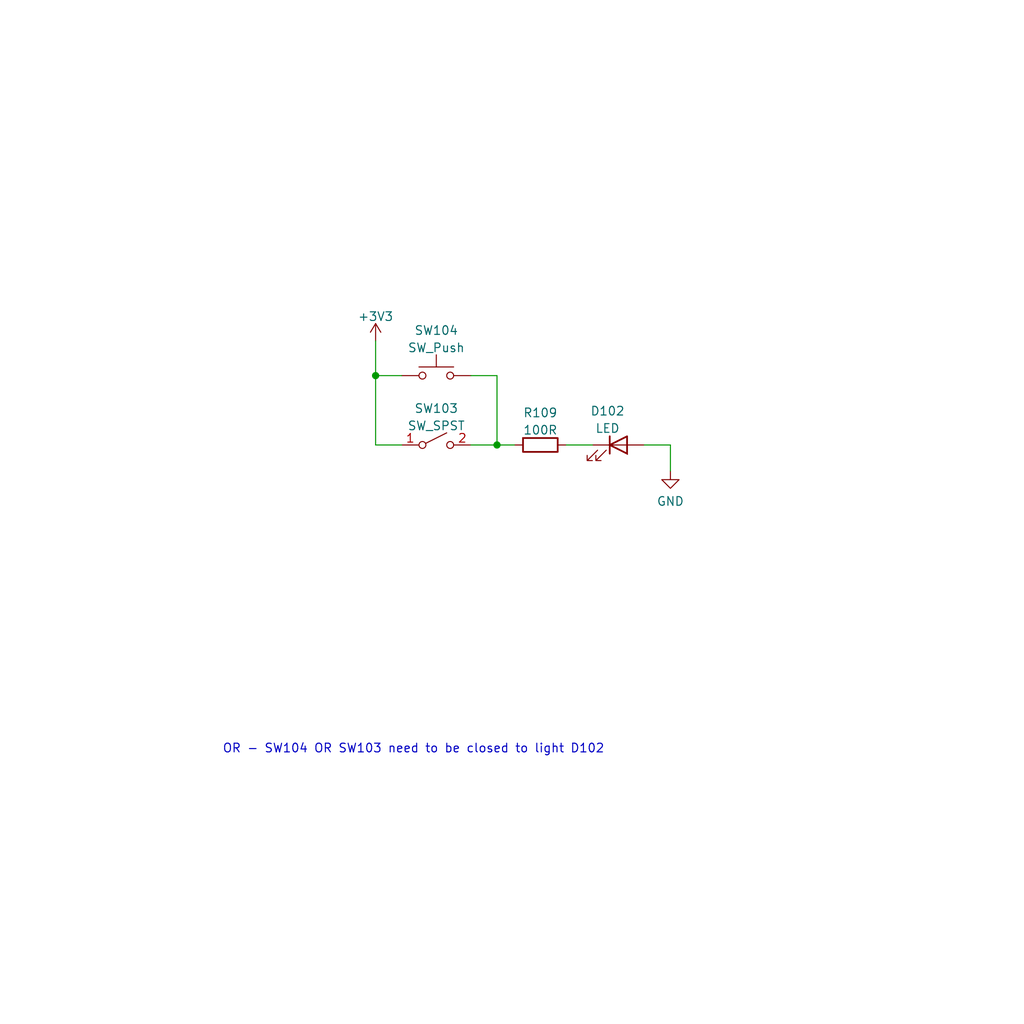
<source format=kicad_sch>
(kicad_sch (version 20211123) (generator eeschema)
  (paper "User" 150.012 150.012)
  (lib_symbols
    (symbol "Device:LED" (pin_numbers hide) (pin_names (offset 1.016) hide)
      (property "Reference" "D" (at 0 2.54 0))
      (property "Value" "LED" (at 0 -2.54 0))
      (symbol "LED_0_1"
        (polyline (pts (xy -1.27 -1.27) (xy -1.27 1.27)) (stroke (width 0.254)))
        (polyline (pts (xy -1.27 0) (xy 1.27 0)))
        (polyline (pts (xy 1.27 -1.27) (xy 1.27 1.27) (xy -1.27 0) (xy 1.27 -1.27)) (stroke (width 0.254)))
        (polyline (pts (xy -3.048 -0.762) (xy -4.572 -2.286) (xy -3.81 -2.286) (xy -4.572 -2.286) (xy -4.572 -1.524)))
        (polyline (pts (xy -1.778 -0.762) (xy -3.302 -2.286) (xy -2.54 -2.286) (xy -3.302 -2.286) (xy -3.302 -1.524)))
      )
      (symbol "LED_1_1"
        (pin passive line (at -3.81 0 0) (length 2.54) (name "K") (number "1"))
        (pin passive line (at 3.81 0 180) (length 2.54) (name "A") (number "2"))
      )
    )
    (symbol "Device:R" (pin_numbers hide) (pin_names (offset 0))
      (property "Reference" "R" (at 2.032 0 90))
      (property "Value" "R" (at 0 0 90))
      (symbol "R_0_1"
        (rectangle (start -1.016 -2.54) (end 1.016 2.54) (stroke (width 0.254)))
      )
      (symbol "R_1_1"
        (pin passive line (at 0 3.81 270) (length 1.27) (name "~") (number "1"))
        (pin passive line (at 0 -3.81 90) (length 1.27) (name "~") (number "2"))
      )
    )
    (symbol "Switch:SW_Push" (pin_numbers hide) (pin_names (offset 1.016) hide)
      (property "Reference" "SW" (at 1.27 2.54 0))
      (property "Value" "SW_Push" (at 0 -1.524 0))
      (symbol "SW_Push_0_1"
        (circle (center -2.032 0) (radius 0.508))
        (polyline (pts (xy 0 1.27) (xy 0 3.048)))
        (polyline (pts (xy 2.54 1.27) (xy -2.54 1.27)))
        (circle (center 2.032 0) (radius 0.508))
        (pin passive line (at -5.08 0 0) (length 2.54) (name "1") (number "1"))
        (pin passive line (at 5.08 0 180) (length 2.54) (name "2") (number "2"))
      )
    )
    (symbol "Switch:SW_SPST" (pin_names (offset 0) hide)
      (property "Reference" "SW" (at 0 3.175 0))
      (property "Value" "SW_SPST" (at 0 -2.54 0))
      (symbol "SW_SPST_0_0"
        (circle (center -2.032 0) (radius 0.508))
        (polyline (pts (xy -1.524 0.254) (xy 1.524 1.778)))
        (circle (center 2.032 0) (radius 0.508))
      )
      (symbol "SW_SPST_1_1"
        (pin passive line (at -5.08 0 0) (length 2.54) (name "A") (number "1"))
        (pin passive line (at 5.08 0 180) (length 2.54) (name "B") (number "2"))
      )
    )
    (symbol "power:+3V3" (power) (pin_names (offset 0))
      (property "Value" "+3V3" (at 0 3.556 0))
      (symbol "+3V3_0_1"
        (polyline (pts (xy -0.762 1.27) (xy 0 2.54)))
        (polyline (pts (xy 0 0) (xy 0 2.54)))
        (polyline (pts (xy 0 2.54) (xy 0.762 1.27)))
      )
      (symbol "+3V3_1_1"
        (pin power_in line (at 0 0 90) (length 0) hide (name "+3V3") (number "1"))
      )
    )
    (symbol "power:GND" (power) (pin_names (offset 0))
      (property "Value" "GND" (at 0 -3.81 0))
      (symbol "GND_0_1"
        (polyline (pts (xy 0 0) (xy 0 -1.27) (xy 1.27 -1.27) (xy 0 -2.54) (xy -1.27 -1.27) (xy 0 -1.27)))
      )
      (symbol "GND_1_1"
        (pin power_in line (at 0 0 270) (length 0) hide (name "GND") (number "1"))
      )
    )
  )
  (junction (at 72.7964 65.1764))
  (junction (at 55.0164 55.0164))
  (wire (pts (xy 98.1964 65.1764) (xy 98.1964 68.9864)))
  (wire (pts (xy 55.0164 55.0164) (xy 55.0164 49.9364)))
  (wire (pts (xy 58.8264 55.0164) (xy 55.0164 55.0164)))
  (wire (pts (xy 55.0164 65.1764) (xy 58.8264 65.1764)))
  (wire (pts (xy 68.9864 65.1764) (xy 72.7964 65.1764)))
  (wire (pts (xy 82.9564 65.1764) (xy 86.7664 65.1764)))
  (wire (pts (xy 72.7964 55.0164) (xy 72.7964 65.1764)))
  (wire (pts (xy 94.3864 65.1764) (xy 98.1964 65.1764)))
  (wire (pts (xy 68.9864 55.0164) (xy 72.7964 55.0164)))
  (wire (pts (xy 72.7964 65.1764) (xy 75.3364 65.1764)))
  (wire (pts (xy 55.0164 65.1764) (xy 55.0164 55.0164)))
  (text "OR - SW104 OR SW103 need to be closed to light D102" (at 32.5628 110.5408 0) (effects (font (size 1.27 1.27)) (justify left bottom)))
  (symbol (lib_id "Device:R") (at 79.1464 65.1764 90) (unit 1)
    (property "Reference" "R109" (at 79.1464 60.4606 90))
    (property "Value" "100R" (at 79.1464 62.9975 90))
  )
  (symbol (lib_id "Switch:SW_SPST") (at 63.9064 65.1764 0) (unit 1)
    (property "Reference" "SW103" (at 63.9064 59.8256 0))
    (property "Value" "SW_SPST" (at 63.9064 62.3625 0))
  )
  (symbol (lib_id "Device:LED") (at 90.5764 65.1764 0) (unit 1)
    (property "Reference" "D102" (at 88.9889 60.2066 0))
    (property "Value" "LED" (at 88.9889 62.7435 0))
  )
  (symbol (lib_id "Switch:SW_Push") (at 63.9064 55.0164 0) (unit 1)
    (property "Reference" "SW104" (at 63.9064 48.3956 0))
    (property "Value" "SW_Push" (at 63.9064 50.9325 0))
  )
  (symbol (lib_id "power:+3V3") (at 55.0164 49.9364 0) (unit 1)
    (property "Reference" "#PWR?" (effects hide))
    (property "Value" "+3V3" (at 55.0164 46.3606 0))
  )
  (symbol (lib_id "power:GND") (at 98.1964 68.9864 0) (unit 1)
    (property "Reference" "#PWR042" (effects hide))
    (property "Value" "~" (at 98.1964 73.4298 0))
  )
)
</source>
